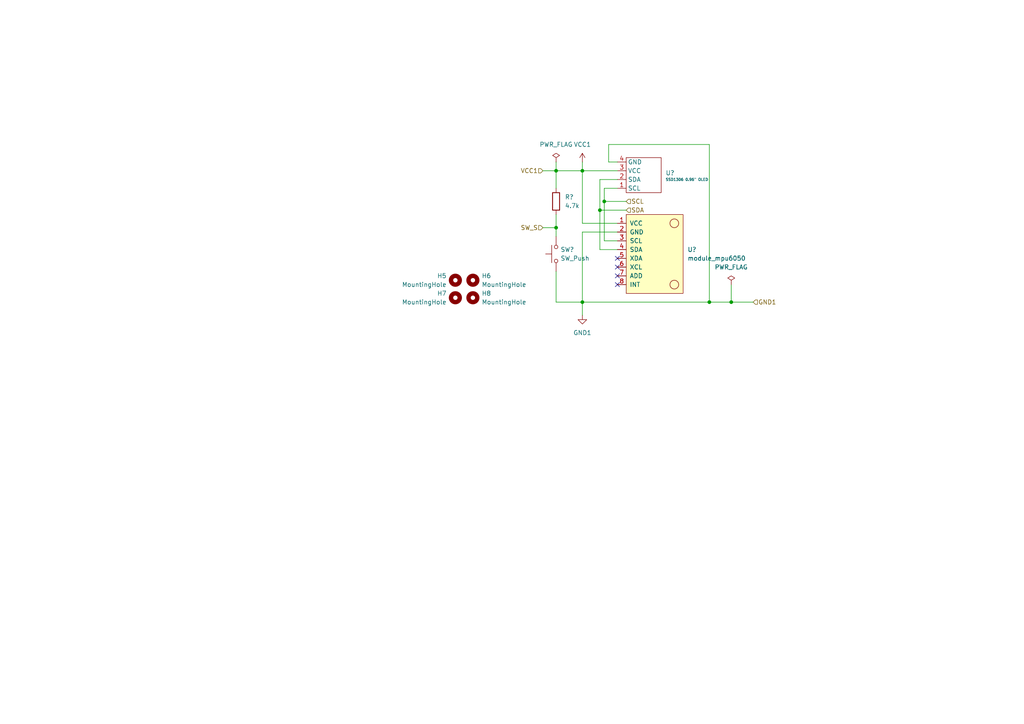
<source format=kicad_sch>
(kicad_sch (version 20250114) (generator "eeschema") (generator_version "9.0")
  (paper "A4")
  (lib_symbols
    (symbol "Device:R" (pin_numbers (hide yes)) (pin_names (offset 0))
      (property "Reference" "R" (at 2.032 0 90))
      (property "Value" "R" (at 0 0 90))
      (symbol "R_0_1"
        (rectangle (start -1.016 -2.54) (end 1.016 2.54) (stroke (width 0.254)))
      )
      (symbol "R_1_1"
        (pin passive line (at 0 3.81 270) (length 1.27) (name "~") (number "1"))
        (pin passive line (at 0 -3.81 90) (length 1.27) (name "~") (number "2"))
      )
    )
    (symbol "Mechanical:MountingHole" (pin_names (offset 1.016)) (in_bom no)
      (property "Reference" "H" (at 0 5.08 0))
      (property "Value" "MountingHole" (at 0 3.175 0))
      (symbol "MountingHole_0_1"
        (circle (center 0 0) (radius 1.27) (stroke (width 1.27)))
      )
    )
    (symbol "Soldered:SSD1306-0.96{dblquote}-I2C-OLED-Display"
      (property "Reference" "U" (at 0 0 0))
      (property "Value" "SSD1306 0.96\" OLED" (at 0 5.842 0))
      (symbol "SSD1306-0.96{dblquote}-I2C-OLED-Display_0_1"
        (rectangle (start -5.08 5.08) (end 5.08 -5.08))
      )
      (symbol "SSD1306-0.96{dblquote}-I2C-OLED-Display_1_1"
        (pin power_in line (at -7.62 3.81 0) (length 2.54) (name "GND") (number "4"))
        (pin power_in line (at -7.62 1.27 0) (length 2.54) (name "VCC") (number "3"))
        (pin input line (at -7.62 -1.27 0) (length 2.54) (name "SDA") (number "2"))
        (pin input line (at -7.62 -3.81 0) (length 2.54) (name "SCL") (number "1"))
      )
    )
    (symbol "Switch:SW_Push" (pin_numbers (hide yes)) (pin_names (offset 1.016) (hide yes))
      (property "Reference" "SW" (at 1.27 2.54 0))
      (property "Value" "SW_Push" (at 0 -1.524 0))
      (symbol "SW_Push_0_1"
        (circle (center -2.032 0) (radius 0.508))
        (polyline (pts (xy 0 1.27) (xy 0 3.048)))
        (circle (center 2.032 0) (radius 0.508))
        (polyline (pts (xy 2.54 1.27) (xy -2.54 1.27)))
        (pin passive line (at -5.08 0 0) (length 2.54) (name "1") (number "1"))
        (pin passive line (at 5.08 0 180) (length 2.54) (name "2") (number "2"))
      )
    )
    (symbol "power:+3.3V" (power) (pin_numbers (hide yes)) (pin_names (offset 0) (hide yes))
      (property "Value" "+3.3V" (at 0 3.556 0))
      (symbol "+3.3V_0_1"
        (polyline (pts (xy -0.762 1.27) (xy 0 2.54)))
        (polyline (pts (xy 0 2.54) (xy 0.762 1.27)))
        (polyline (pts (xy 0 0) (xy 0 2.54)))
      )
      (symbol "+3.3V_1_1"
        (pin power_in line (at 0 0 90) (length 0) (name "~") (number "1"))
      )
    )
    (symbol "power:GND" (power) (pin_numbers (hide yes)) (pin_names (offset 0) (hide yes))
      (property "Value" "GND" (at 0 -3.81 0))
      (symbol "GND_0_1"
        (polyline (pts (xy 0 0) (xy 0 -1.27) (xy 1.27 -1.27) (xy 0 -2.54) (xy -1.27 -1.27) (xy 0 -1.27)))
      )
      (symbol "GND_1_1"
        (pin power_in line (at 0 0 270) (length 0) (name "~") (number "1"))
      )
    )
    (symbol "power:PWR_FLAG" (power) (pin_numbers (hide yes)) (pin_names (offset 0) (hide yes))
      (property "Value" "PWR_FLAG" (at 0 3.81 0))
      (symbol "PWR_FLAG_0_0"
        (pin power_out line (at 0 0 90) (length 0) (name "~") (number "1"))
      )
      (symbol "PWR_FLAG_0_1"
        (polyline (pts (xy 0 0) (xy 0 1.27) (xy -1.016 1.905) (xy 0 2.54) (xy 1.016 1.905) (xy 0 1.27)))
      )
    )
    (symbol "usini_kicad_sensors:module_mpu6050" (pin_names (offset 1.016))
      (property "Reference" "U" (at 2.54 21.59 0))
      (property "Value" "module_mpu6050" (at 11.43 -3.81 0))
      (symbol "module_mpu6050_0_1"
        (rectangle (start 2.54 20.32) (end 19.05 -2.54) (fill (type background)))
        (circle (center 16.51 17.78) (radius 1.27))
        (circle (center 16.51 0) (radius 1.27))
      )
      (symbol "module_mpu6050_1_1"
        (pin input line (at 0 17.78 0) (length 2.54) (name "VCC") (number "1"))
        (pin input line (at 0 15.24 0) (length 2.54) (name "GND") (number "2"))
        (pin input line (at 0 12.7 0) (length 2.54) (name "SCL") (number "3"))
        (pin input line (at 0 10.16 0) (length 2.54) (name "SDA") (number "4"))
        (pin input line (at 0 7.62 0) (length 2.54) (name "XDA") (number "5"))
        (pin input line (at 0 5.08 0) (length 2.54) (name "XCL") (number "6"))
        (pin input line (at 0 2.54 0) (length 2.54) (name "ADD") (number "7"))
        (pin input line (at 0 0 0) (length 2.54) (name "INT") (number "8"))
      )
    )
  )
  (junction (at 205.74 87.63))
  (junction (at 212.09 87.63))
  (junction (at 173.99 60.96))
  (junction (at 161.29 66.04))
  (junction (at 161.29 49.53))
  (junction (at 168.91 87.63))
  (junction (at 175.26 58.42))
  (junction (at 168.91 49.53))
  (no_connect (at 179.07 77.47))
  (no_connect (at 179.07 74.93))
  (no_connect (at 179.07 80.01))
  (no_connect (at 179.07 82.55))
  (wire (pts (xy 173.99 60.96) (xy 173.99 52.07)))
  (wire (pts (xy 176.53 41.91) (xy 205.74 41.91)))
  (wire (pts (xy 212.09 82.55) (xy 212.09 87.63)))
  (wire (pts (xy 161.29 62.23) (xy 161.29 66.04)))
  (wire (pts (xy 173.99 60.96) (xy 181.61 60.96)))
  (wire (pts (xy 205.74 41.91) (xy 205.74 87.63)))
  (wire (pts (xy 161.29 49.53) (xy 168.91 49.53)))
  (wire (pts (xy 161.29 87.63) (xy 168.91 87.63)))
  (wire (pts (xy 168.91 67.31) (xy 179.07 67.31)))
  (wire (pts (xy 168.91 87.63) (xy 168.91 91.44)))
  (wire (pts (xy 168.91 49.53) (xy 179.07 49.53)))
  (wire (pts (xy 168.91 67.31) (xy 168.91 87.63)))
  (wire (pts (xy 173.99 72.39) (xy 173.99 60.96)))
  (wire (pts (xy 176.53 46.99) (xy 176.53 41.91)))
  (wire (pts (xy 168.91 64.77) (xy 168.91 49.53)))
  (wire (pts (xy 175.26 58.42) (xy 181.61 58.42)))
  (wire (pts (xy 212.09 87.63) (xy 218.44 87.63)))
  (wire (pts (xy 161.29 46.99) (xy 161.29 49.53)))
  (wire (pts (xy 179.07 64.77) (xy 168.91 64.77)))
  (wire (pts (xy 157.48 66.04) (xy 161.29 66.04)))
  (wire (pts (xy 161.29 49.53) (xy 161.29 54.61)))
  (wire (pts (xy 161.29 78.74) (xy 161.29 87.63)))
  (wire (pts (xy 175.26 54.61) (xy 175.26 58.42)))
  (wire (pts (xy 173.99 52.07) (xy 179.07 52.07)))
  (wire (pts (xy 175.26 69.85) (xy 179.07 69.85)))
  (wire (pts (xy 157.48 49.53) (xy 161.29 49.53)))
  (wire (pts (xy 161.29 66.04) (xy 161.29 68.58)))
  (wire (pts (xy 179.07 54.61) (xy 175.26 54.61)))
  (wire (pts (xy 175.26 58.42) (xy 175.26 69.85)))
  (wire (pts (xy 168.91 49.53) (xy 168.91 46.99)))
  (wire (pts (xy 212.09 87.63) (xy 205.74 87.63)))
  (wire (pts (xy 179.07 72.39) (xy 173.99 72.39)))
  (wire (pts (xy 179.07 46.99) (xy 176.53 46.99)))
  (wire (pts (xy 168.91 87.63) (xy 205.74 87.63)))
  (hierarchical_label "GND1" (shape input) (at 218.44 87.63 0))
  (hierarchical_label "SW_S" (shape input) (at 157.48 66.04 180))
  (hierarchical_label "SDA" (shape input) (at 181.61 60.96 0))
  (hierarchical_label "VCC1" (shape input) (at 157.48 49.53 180))
  (hierarchical_label "SCL" (shape input) (at 181.61 58.42 0))
  (symbol (lib_id "power:PWR_FLAG") (at 161.29 46.99 0) (unit 1)
    (property "Reference" "#FLG?" (effects (hide yes)))
    (property "Value" "PWR_FLAG" (at 161.29 41.91 0))
    (property "Description" "Special symbol for telling ERC where power comes from" (effects (hide yes)))
  )
  (symbol (lib_id "Mechanical:MountingHole") (at 137.16 86.36 0) (unit 1) (in_bom no)
    (property "Reference" "H8" (at 139.7 85.0899 0) (effects (justify left)))
    (property "Value" "MountingHole" (at 139.7 87.6299 0) (effects (justify left)))
    (property "Footprint" "MountingHole:MountingHole_3mm" (effects (hide yes)))
    (property "Description" "Mounting Hole without connection" (effects (hide yes)))
  )
  (symbol (lib_id "Switch:SW_Push") (at 161.29 73.66 90) (unit 1)
    (property "Reference" "SW?" (at 162.56 72.3899 90) (effects (justify right)))
    (property "Value" "SW_Push" (at 162.56 74.9299 90) (effects (justify right)))
    (property "Footprint" "SPST_Button:SPST_Button" (effects (hide yes)))
    (property "Description" "Push button switch, generic, two pins" (effects (hide yes)))
  )
  (symbol (lib_id "power:+3.3V") (at 168.91 46.99 0) (unit 1)
    (property "Reference" "#PWR?" (effects (hide yes)))
    (property "Value" "VCC1" (at 168.91 41.91 0))
    (property "Description" "Power symbol creates a global label with name \"+3.3V\"" (effects (hide yes)))
  )
  (symbol (lib_id "Mechanical:MountingHole") (at 137.16 81.28 0) (unit 1) (in_bom no)
    (property "Reference" "H6" (at 139.7 80.0099 0) (effects (justify left)))
    (property "Value" "MountingHole" (at 139.7 82.5499 0) (effects (justify left)))
    (property "Footprint" "MountingHole:MountingHole_3mm" (effects (hide yes)))
    (property "Description" "Mounting Hole without connection" (effects (hide yes)))
  )
  (symbol (lib_id "usini_kicad_sensors:module_mpu6050") (at 179.07 82.55 0) (unit 1)
    (property "Reference" "U?" (at 199.39 72.3899 0) (effects (justify left)))
    (property "Value" "module_mpu6050" (at 199.39 74.9299 0) (effects (justify left)))
    (property "Footprint" "usini_kicad_sensors:module_mpu6050" (effects (hide yes)))
  )
  (symbol (lib_id "Soldered:SSD1306-0.96{dblquote}-I2C-OLED-Display") (at 186.69 50.8 0) (unit 1)
    (property "Reference" "U?" (at 193.04 50.1649 0) (effects (justify left)))
    (property "Value" "SSD1306 0.96\" OLED" (at 193.04 52.07 0) (effects (font (size 0.762 0.762)) (justify left)))
    (property "Footprint" "Soldered:Soldered-Ssd1306-OLED" (effects (hide yes)))
  )
  (symbol (lib_id "Device:R") (at 161.29 58.42 0) (unit 1)
    (property "Reference" "R?" (at 163.83 57.1499 0) (effects (justify left)))
    (property "Value" "4.7k" (at 163.83 59.6899 0) (effects (justify left)))
    (property "Footprint" "Resistor_THT:R_Axial_DIN0204_L3.6mm_D1.6mm_P5.08mm_Horizontal" (effects (hide yes)))
    (property "Description" "Resistor" (effects (hide yes)))
  )
  (symbol (lib_id "Mechanical:MountingHole") (at 132.08 86.36 0) (mirror y) (unit 1) (in_bom no)
    (property "Reference" "H7" (at 129.54 85.0899 0) (effects (justify left)))
    (property "Value" "MountingHole" (at 129.54 87.6299 0) (effects (justify left)))
    (property "Footprint" "MountingHole:MountingHole_3mm" (effects (hide yes)))
    (property "Description" "Mounting Hole without connection" (effects (hide yes)))
  )
  (symbol (lib_id "Mechanical:MountingHole") (at 132.08 81.28 0) (mirror y) (unit 1) (in_bom no)
    (property "Reference" "H5" (at 129.54 80.0099 0) (effects (justify left)))
    (property "Value" "MountingHole" (at 129.54 82.5499 0) (effects (justify left)))
    (property "Footprint" "MountingHole:MountingHole_3mm" (effects (hide yes)))
    (property "Description" "Mounting Hole without connection" (effects (hide yes)))
  )
  (symbol (lib_id "power:GND") (at 168.91 91.44 0) (unit 1)
    (property "Reference" "#PWR?" (effects (hide yes)))
    (property "Value" "GND1" (at 168.91 96.52 0))
    (property "Description" "Power symbol creates a global label with name \"GND\" , ground" (effects (hide yes)))
  )
  (symbol (lib_id "power:PWR_FLAG") (at 212.09 82.55 0) (unit 1)
    (property "Reference" "#FLG?" (effects (hide yes)))
    (property "Value" "PWR_FLAG" (at 212.09 77.47 0))
    (property "Description" "Special symbol for telling ERC where power comes from" (effects (hide yes)))
  )
)
</source>
